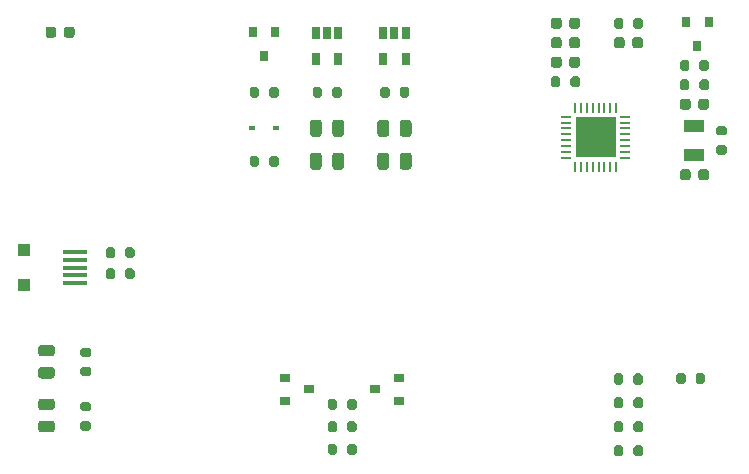
<source format=gtp>
G04 #@! TF.GenerationSoftware,KiCad,Pcbnew,(5.1.9-0-10_14)*
G04 #@! TF.CreationDate,2021-04-21T20:11:12+02:00*
G04 #@! TF.ProjectId,ledTruck,6c656454-7275-4636-9b2e-6b696361645f,1.1*
G04 #@! TF.SameCoordinates,Original*
G04 #@! TF.FileFunction,Paste,Top*
G04 #@! TF.FilePolarity,Positive*
%FSLAX46Y46*%
G04 Gerber Fmt 4.6, Leading zero omitted, Abs format (unit mm)*
G04 Created by KiCad (PCBNEW (5.1.9-0-10_14)) date 2021-04-21 20:11:12*
%MOMM*%
%LPD*%
G01*
G04 APERTURE LIST*
%ADD10R,0.800000X0.900000*%
%ADD11R,0.900000X0.800000*%
%ADD12R,0.600000X0.450000*%
%ADD13R,0.650000X1.060000*%
%ADD14R,0.280000X0.850000*%
%ADD15R,0.850000X0.280000*%
%ADD16R,3.450000X3.450000*%
%ADD17R,1.000000X1.000000*%
%ADD18R,2.150000X0.400000*%
%ADD19R,1.800000X1.000000*%
G04 APERTURE END LIST*
G36*
G01*
X8465000Y-21950000D02*
X8465000Y-22500000D01*
G75*
G02*
X8265000Y-22700000I-200000J0D01*
G01*
X7865000Y-22700000D01*
G75*
G02*
X7665000Y-22500000I0J200000D01*
G01*
X7665000Y-21950000D01*
G75*
G02*
X7865000Y-21750000I200000J0D01*
G01*
X8265000Y-21750000D01*
G75*
G02*
X8465000Y-21950000I0J-200000D01*
G01*
G37*
G36*
G01*
X10115000Y-21950000D02*
X10115000Y-22500000D01*
G75*
G02*
X9915000Y-22700000I-200000J0D01*
G01*
X9515000Y-22700000D01*
G75*
G02*
X9315000Y-22500000I0J200000D01*
G01*
X9315000Y-21950000D01*
G75*
G02*
X9515000Y-21750000I200000J0D01*
G01*
X9915000Y-21750000D01*
G75*
G02*
X10115000Y-21950000I0J-200000D01*
G01*
G37*
G36*
G01*
X9315000Y-24278000D02*
X9315000Y-23728000D01*
G75*
G02*
X9515000Y-23528000I200000J0D01*
G01*
X9915000Y-23528000D01*
G75*
G02*
X10115000Y-23728000I0J-200000D01*
G01*
X10115000Y-24278000D01*
G75*
G02*
X9915000Y-24478000I-200000J0D01*
G01*
X9515000Y-24478000D01*
G75*
G02*
X9315000Y-24278000I0J200000D01*
G01*
G37*
G36*
G01*
X7665000Y-24278000D02*
X7665000Y-23728000D01*
G75*
G02*
X7865000Y-23528000I200000J0D01*
G01*
X8265000Y-23528000D01*
G75*
G02*
X8465000Y-23728000I0J-200000D01*
G01*
X8465000Y-24278000D01*
G75*
G02*
X8265000Y-24478000I-200000J0D01*
G01*
X7865000Y-24478000D01*
G75*
G02*
X7665000Y-24278000I0J200000D01*
G01*
G37*
G36*
G01*
X25991000Y-8361000D02*
X25991000Y-8911000D01*
G75*
G02*
X25791000Y-9111000I-200000J0D01*
G01*
X25391000Y-9111000D01*
G75*
G02*
X25191000Y-8911000I0J200000D01*
G01*
X25191000Y-8361000D01*
G75*
G02*
X25391000Y-8161000I200000J0D01*
G01*
X25791000Y-8161000D01*
G75*
G02*
X25991000Y-8361000I0J-200000D01*
G01*
G37*
G36*
G01*
X27641000Y-8361000D02*
X27641000Y-8911000D01*
G75*
G02*
X27441000Y-9111000I-200000J0D01*
G01*
X27041000Y-9111000D01*
G75*
G02*
X26841000Y-8911000I0J200000D01*
G01*
X26841000Y-8361000D01*
G75*
G02*
X27041000Y-8161000I200000J0D01*
G01*
X27441000Y-8161000D01*
G75*
G02*
X27641000Y-8361000I0J-200000D01*
G01*
G37*
G36*
G01*
X21507000Y-14753000D02*
X21507000Y-14203000D01*
G75*
G02*
X21707000Y-14003000I200000J0D01*
G01*
X22107000Y-14003000D01*
G75*
G02*
X22307000Y-14203000I0J-200000D01*
G01*
X22307000Y-14753000D01*
G75*
G02*
X22107000Y-14953000I-200000J0D01*
G01*
X21707000Y-14953000D01*
G75*
G02*
X21507000Y-14753000I0J200000D01*
G01*
G37*
G36*
G01*
X19857000Y-14753000D02*
X19857000Y-14203000D01*
G75*
G02*
X20057000Y-14003000I200000J0D01*
G01*
X20457000Y-14003000D01*
G75*
G02*
X20657000Y-14203000I0J-200000D01*
G01*
X20657000Y-14753000D01*
G75*
G02*
X20457000Y-14953000I-200000J0D01*
G01*
X20057000Y-14953000D01*
G75*
G02*
X19857000Y-14753000I0J200000D01*
G01*
G37*
G36*
G01*
X20657000Y-8361000D02*
X20657000Y-8911000D01*
G75*
G02*
X20457000Y-9111000I-200000J0D01*
G01*
X20057000Y-9111000D01*
G75*
G02*
X19857000Y-8911000I0J200000D01*
G01*
X19857000Y-8361000D01*
G75*
G02*
X20057000Y-8161000I200000J0D01*
G01*
X20457000Y-8161000D01*
G75*
G02*
X20657000Y-8361000I0J-200000D01*
G01*
G37*
G36*
G01*
X22307000Y-8361000D02*
X22307000Y-8911000D01*
G75*
G02*
X22107000Y-9111000I-200000J0D01*
G01*
X21707000Y-9111000D01*
G75*
G02*
X21507000Y-8911000I0J200000D01*
G01*
X21507000Y-8361000D01*
G75*
G02*
X21707000Y-8161000I200000J0D01*
G01*
X22107000Y-8161000D01*
G75*
G02*
X22307000Y-8361000I0J-200000D01*
G01*
G37*
G36*
G01*
X27261000Y-34777000D02*
X27261000Y-35327000D01*
G75*
G02*
X27061000Y-35527000I-200000J0D01*
G01*
X26661000Y-35527000D01*
G75*
G02*
X26461000Y-35327000I0J200000D01*
G01*
X26461000Y-34777000D01*
G75*
G02*
X26661000Y-34577000I200000J0D01*
G01*
X27061000Y-34577000D01*
G75*
G02*
X27261000Y-34777000I0J-200000D01*
G01*
G37*
G36*
G01*
X28911000Y-34777000D02*
X28911000Y-35327000D01*
G75*
G02*
X28711000Y-35527000I-200000J0D01*
G01*
X28311000Y-35527000D01*
G75*
G02*
X28111000Y-35327000I0J200000D01*
G01*
X28111000Y-34777000D01*
G75*
G02*
X28311000Y-34577000I200000J0D01*
G01*
X28711000Y-34577000D01*
G75*
G02*
X28911000Y-34777000I0J-200000D01*
G01*
G37*
D10*
X21082000Y-5572000D03*
X20132000Y-3572000D03*
X22032000Y-3572000D03*
D11*
X30496000Y-33782000D03*
X32496000Y-32832000D03*
X32496000Y-34732000D03*
X24876000Y-33782000D03*
X22876000Y-34732000D03*
X22876000Y-32832000D03*
D12*
X22132000Y-11684000D03*
X20032000Y-11684000D03*
G36*
G01*
X4135000Y-3806000D02*
X4135000Y-3306000D01*
G75*
G02*
X4360000Y-3081000I225000J0D01*
G01*
X4810000Y-3081000D01*
G75*
G02*
X5035000Y-3306000I0J-225000D01*
G01*
X5035000Y-3806000D01*
G75*
G02*
X4810000Y-4031000I-225000J0D01*
G01*
X4360000Y-4031000D01*
G75*
G02*
X4135000Y-3806000I0J225000D01*
G01*
G37*
G36*
G01*
X2585000Y-3806000D02*
X2585000Y-3306000D01*
G75*
G02*
X2810000Y-3081000I225000J0D01*
G01*
X3260000Y-3081000D01*
G75*
G02*
X3485000Y-3306000I0J-225000D01*
G01*
X3485000Y-3806000D01*
G75*
G02*
X3260000Y-4031000I-225000J0D01*
G01*
X2810000Y-4031000D01*
G75*
G02*
X2585000Y-3806000I0J225000D01*
G01*
G37*
G36*
G01*
X52363000Y-3074000D02*
X52363000Y-2524000D01*
G75*
G02*
X52563000Y-2324000I200000J0D01*
G01*
X52963000Y-2324000D01*
G75*
G02*
X53163000Y-2524000I0J-200000D01*
G01*
X53163000Y-3074000D01*
G75*
G02*
X52963000Y-3274000I-200000J0D01*
G01*
X52563000Y-3274000D01*
G75*
G02*
X52363000Y-3074000I0J200000D01*
G01*
G37*
G36*
G01*
X50713000Y-3074000D02*
X50713000Y-2524000D01*
G75*
G02*
X50913000Y-2324000I200000J0D01*
G01*
X51313000Y-2324000D01*
G75*
G02*
X51513000Y-2524000I0J-200000D01*
G01*
X51513000Y-3074000D01*
G75*
G02*
X51313000Y-3274000I-200000J0D01*
G01*
X50913000Y-3274000D01*
G75*
G02*
X50713000Y-3074000I0J200000D01*
G01*
G37*
D10*
X57780000Y-4688000D03*
X56830000Y-2688000D03*
X58730000Y-2688000D03*
G36*
G01*
X51613000Y-4200000D02*
X51613000Y-4700000D01*
G75*
G02*
X51388000Y-4925000I-225000J0D01*
G01*
X50938000Y-4925000D01*
G75*
G02*
X50713000Y-4700000I0J225000D01*
G01*
X50713000Y-4200000D01*
G75*
G02*
X50938000Y-3975000I225000J0D01*
G01*
X51388000Y-3975000D01*
G75*
G02*
X51613000Y-4200000I0J-225000D01*
G01*
G37*
G36*
G01*
X53163000Y-4200000D02*
X53163000Y-4700000D01*
G75*
G02*
X52938000Y-4925000I-225000J0D01*
G01*
X52488000Y-4925000D01*
G75*
G02*
X52263000Y-4700000I0J225000D01*
G01*
X52263000Y-4200000D01*
G75*
G02*
X52488000Y-3975000I225000J0D01*
G01*
X52938000Y-3975000D01*
G75*
G02*
X53163000Y-4200000I0J-225000D01*
G01*
G37*
D13*
X33076000Y-5804000D03*
X31176000Y-5804000D03*
X31176000Y-3604000D03*
X32126000Y-3604000D03*
X33076000Y-3604000D03*
X27366000Y-5799000D03*
X25466000Y-5799000D03*
X25466000Y-3599000D03*
X26416000Y-3599000D03*
X27366000Y-3599000D03*
G36*
G01*
X56770800Y-32592600D02*
X56770800Y-33142600D01*
G75*
G02*
X56570800Y-33342600I-200000J0D01*
G01*
X56170800Y-33342600D01*
G75*
G02*
X55970800Y-33142600I0J200000D01*
G01*
X55970800Y-32592600D01*
G75*
G02*
X56170800Y-32392600I200000J0D01*
G01*
X56570800Y-32392600D01*
G75*
G02*
X56770800Y-32592600I0J-200000D01*
G01*
G37*
G36*
G01*
X58420800Y-32592600D02*
X58420800Y-33142600D01*
G75*
G02*
X58220800Y-33342600I-200000J0D01*
G01*
X57820800Y-33342600D01*
G75*
G02*
X57620800Y-33142600I0J200000D01*
G01*
X57620800Y-32592600D01*
G75*
G02*
X57820800Y-32392600I200000J0D01*
G01*
X58220800Y-32392600D01*
G75*
G02*
X58420800Y-32592600I0J-200000D01*
G01*
G37*
G36*
G01*
X57951000Y-8281000D02*
X57951000Y-7731000D01*
G75*
G02*
X58151000Y-7531000I200000J0D01*
G01*
X58551000Y-7531000D01*
G75*
G02*
X58751000Y-7731000I0J-200000D01*
G01*
X58751000Y-8281000D01*
G75*
G02*
X58551000Y-8481000I-200000J0D01*
G01*
X58151000Y-8481000D01*
G75*
G02*
X57951000Y-8281000I0J200000D01*
G01*
G37*
G36*
G01*
X56301000Y-8281000D02*
X56301000Y-7731000D01*
G75*
G02*
X56501000Y-7531000I200000J0D01*
G01*
X56901000Y-7531000D01*
G75*
G02*
X57101000Y-7731000I0J-200000D01*
G01*
X57101000Y-8281000D01*
G75*
G02*
X56901000Y-8481000I-200000J0D01*
G01*
X56501000Y-8481000D01*
G75*
G02*
X56301000Y-8281000I0J200000D01*
G01*
G37*
G36*
G01*
X57101000Y-6080000D02*
X57101000Y-6630000D01*
G75*
G02*
X56901000Y-6830000I-200000J0D01*
G01*
X56501000Y-6830000D01*
G75*
G02*
X56301000Y-6630000I0J200000D01*
G01*
X56301000Y-6080000D01*
G75*
G02*
X56501000Y-5880000I200000J0D01*
G01*
X56901000Y-5880000D01*
G75*
G02*
X57101000Y-6080000I0J-200000D01*
G01*
G37*
G36*
G01*
X58751000Y-6080000D02*
X58751000Y-6630000D01*
G75*
G02*
X58551000Y-6830000I-200000J0D01*
G01*
X58151000Y-6830000D01*
G75*
G02*
X57951000Y-6630000I0J200000D01*
G01*
X57951000Y-6080000D01*
G75*
G02*
X58151000Y-5880000I200000J0D01*
G01*
X58551000Y-5880000D01*
G75*
G02*
X58751000Y-6080000I0J-200000D01*
G01*
G37*
G36*
G01*
X5694000Y-36493000D02*
X6244000Y-36493000D01*
G75*
G02*
X6444000Y-36693000I0J-200000D01*
G01*
X6444000Y-37093000D01*
G75*
G02*
X6244000Y-37293000I-200000J0D01*
G01*
X5694000Y-37293000D01*
G75*
G02*
X5494000Y-37093000I0J200000D01*
G01*
X5494000Y-36693000D01*
G75*
G02*
X5694000Y-36493000I200000J0D01*
G01*
G37*
G36*
G01*
X5694000Y-34843000D02*
X6244000Y-34843000D01*
G75*
G02*
X6444000Y-35043000I0J-200000D01*
G01*
X6444000Y-35443000D01*
G75*
G02*
X6244000Y-35643000I-200000J0D01*
G01*
X5694000Y-35643000D01*
G75*
G02*
X5494000Y-35443000I0J200000D01*
G01*
X5494000Y-35043000D01*
G75*
G02*
X5694000Y-34843000I200000J0D01*
G01*
G37*
G36*
G01*
X6269400Y-31045600D02*
X5719400Y-31045600D01*
G75*
G02*
X5519400Y-30845600I0J200000D01*
G01*
X5519400Y-30445600D01*
G75*
G02*
X5719400Y-30245600I200000J0D01*
G01*
X6269400Y-30245600D01*
G75*
G02*
X6469400Y-30445600I0J-200000D01*
G01*
X6469400Y-30845600D01*
G75*
G02*
X6269400Y-31045600I-200000J0D01*
G01*
G37*
G36*
G01*
X6269400Y-32695600D02*
X5719400Y-32695600D01*
G75*
G02*
X5519400Y-32495600I0J200000D01*
G01*
X5519400Y-32095600D01*
G75*
G02*
X5719400Y-31895600I200000J0D01*
G01*
X6269400Y-31895600D01*
G75*
G02*
X6469400Y-32095600I0J-200000D01*
G01*
X6469400Y-32495600D01*
G75*
G02*
X6269400Y-32695600I-200000J0D01*
G01*
G37*
G36*
G01*
X47029000Y-8027000D02*
X47029000Y-7477000D01*
G75*
G02*
X47229000Y-7277000I200000J0D01*
G01*
X47629000Y-7277000D01*
G75*
G02*
X47829000Y-7477000I0J-200000D01*
G01*
X47829000Y-8027000D01*
G75*
G02*
X47629000Y-8227000I-200000J0D01*
G01*
X47229000Y-8227000D01*
G75*
G02*
X47029000Y-8027000I0J200000D01*
G01*
G37*
G36*
G01*
X45379000Y-8027000D02*
X45379000Y-7477000D01*
G75*
G02*
X45579000Y-7277000I200000J0D01*
G01*
X45979000Y-7277000D01*
G75*
G02*
X46179000Y-7477000I0J-200000D01*
G01*
X46179000Y-8027000D01*
G75*
G02*
X45979000Y-8227000I-200000J0D01*
G01*
X45579000Y-8227000D01*
G75*
G02*
X45379000Y-8027000I0J200000D01*
G01*
G37*
G36*
G01*
X60087000Y-12280000D02*
X59537000Y-12280000D01*
G75*
G02*
X59337000Y-12080000I0J200000D01*
G01*
X59337000Y-11680000D01*
G75*
G02*
X59537000Y-11480000I200000J0D01*
G01*
X60087000Y-11480000D01*
G75*
G02*
X60287000Y-11680000I0J-200000D01*
G01*
X60287000Y-12080000D01*
G75*
G02*
X60087000Y-12280000I-200000J0D01*
G01*
G37*
G36*
G01*
X60087000Y-13930000D02*
X59537000Y-13930000D01*
G75*
G02*
X59337000Y-13730000I0J200000D01*
G01*
X59337000Y-13330000D01*
G75*
G02*
X59537000Y-13130000I200000J0D01*
G01*
X60087000Y-13130000D01*
G75*
G02*
X60287000Y-13330000I0J-200000D01*
G01*
X60287000Y-13730000D01*
G75*
G02*
X60087000Y-13930000I-200000J0D01*
G01*
G37*
G36*
G01*
X31726400Y-8361000D02*
X31726400Y-8911000D01*
G75*
G02*
X31526400Y-9111000I-200000J0D01*
G01*
X31126400Y-9111000D01*
G75*
G02*
X30926400Y-8911000I0J200000D01*
G01*
X30926400Y-8361000D01*
G75*
G02*
X31126400Y-8161000I200000J0D01*
G01*
X31526400Y-8161000D01*
G75*
G02*
X31726400Y-8361000I0J-200000D01*
G01*
G37*
G36*
G01*
X33376400Y-8361000D02*
X33376400Y-8911000D01*
G75*
G02*
X33176400Y-9111000I-200000J0D01*
G01*
X32776400Y-9111000D01*
G75*
G02*
X32576400Y-8911000I0J200000D01*
G01*
X32576400Y-8361000D01*
G75*
G02*
X32776400Y-8161000I200000J0D01*
G01*
X33176400Y-8161000D01*
G75*
G02*
X33376400Y-8361000I0J-200000D01*
G01*
G37*
G36*
G01*
X51513000Y-38719000D02*
X51513000Y-39269000D01*
G75*
G02*
X51313000Y-39469000I-200000J0D01*
G01*
X50913000Y-39469000D01*
G75*
G02*
X50713000Y-39269000I0J200000D01*
G01*
X50713000Y-38719000D01*
G75*
G02*
X50913000Y-38519000I200000J0D01*
G01*
X51313000Y-38519000D01*
G75*
G02*
X51513000Y-38719000I0J-200000D01*
G01*
G37*
G36*
G01*
X53163000Y-38719000D02*
X53163000Y-39269000D01*
G75*
G02*
X52963000Y-39469000I-200000J0D01*
G01*
X52563000Y-39469000D01*
G75*
G02*
X52363000Y-39269000I0J200000D01*
G01*
X52363000Y-38719000D01*
G75*
G02*
X52563000Y-38519000I200000J0D01*
G01*
X52963000Y-38519000D01*
G75*
G02*
X53163000Y-38719000I0J-200000D01*
G01*
G37*
G36*
G01*
X52363000Y-35205000D02*
X52363000Y-34655000D01*
G75*
G02*
X52563000Y-34455000I200000J0D01*
G01*
X52963000Y-34455000D01*
G75*
G02*
X53163000Y-34655000I0J-200000D01*
G01*
X53163000Y-35205000D01*
G75*
G02*
X52963000Y-35405000I-200000J0D01*
G01*
X52563000Y-35405000D01*
G75*
G02*
X52363000Y-35205000I0J200000D01*
G01*
G37*
G36*
G01*
X50713000Y-35205000D02*
X50713000Y-34655000D01*
G75*
G02*
X50913000Y-34455000I200000J0D01*
G01*
X51313000Y-34455000D01*
G75*
G02*
X51513000Y-34655000I0J-200000D01*
G01*
X51513000Y-35205000D01*
G75*
G02*
X51313000Y-35405000I-200000J0D01*
G01*
X50913000Y-35405000D01*
G75*
G02*
X50713000Y-35205000I0J200000D01*
G01*
G37*
G36*
G01*
X28111000Y-37232000D02*
X28111000Y-36682000D01*
G75*
G02*
X28311000Y-36482000I200000J0D01*
G01*
X28711000Y-36482000D01*
G75*
G02*
X28911000Y-36682000I0J-200000D01*
G01*
X28911000Y-37232000D01*
G75*
G02*
X28711000Y-37432000I-200000J0D01*
G01*
X28311000Y-37432000D01*
G75*
G02*
X28111000Y-37232000I0J200000D01*
G01*
G37*
G36*
G01*
X26461000Y-37232000D02*
X26461000Y-36682000D01*
G75*
G02*
X26661000Y-36482000I200000J0D01*
G01*
X27061000Y-36482000D01*
G75*
G02*
X27261000Y-36682000I0J-200000D01*
G01*
X27261000Y-37232000D01*
G75*
G02*
X27061000Y-37432000I-200000J0D01*
G01*
X26661000Y-37432000D01*
G75*
G02*
X26461000Y-37232000I0J200000D01*
G01*
G37*
G36*
G01*
X51513000Y-36687000D02*
X51513000Y-37237000D01*
G75*
G02*
X51313000Y-37437000I-200000J0D01*
G01*
X50913000Y-37437000D01*
G75*
G02*
X50713000Y-37237000I0J200000D01*
G01*
X50713000Y-36687000D01*
G75*
G02*
X50913000Y-36487000I200000J0D01*
G01*
X51313000Y-36487000D01*
G75*
G02*
X51513000Y-36687000I0J-200000D01*
G01*
G37*
G36*
G01*
X53163000Y-36687000D02*
X53163000Y-37237000D01*
G75*
G02*
X52963000Y-37437000I-200000J0D01*
G01*
X52563000Y-37437000D01*
G75*
G02*
X52363000Y-37237000I0J200000D01*
G01*
X52363000Y-36687000D01*
G75*
G02*
X52563000Y-36487000I200000J0D01*
G01*
X52963000Y-36487000D01*
G75*
G02*
X53163000Y-36687000I0J-200000D01*
G01*
G37*
G36*
G01*
X51492600Y-32643400D02*
X51492600Y-33193400D01*
G75*
G02*
X51292600Y-33393400I-200000J0D01*
G01*
X50892600Y-33393400D01*
G75*
G02*
X50692600Y-33193400I0J200000D01*
G01*
X50692600Y-32643400D01*
G75*
G02*
X50892600Y-32443400I200000J0D01*
G01*
X51292600Y-32443400D01*
G75*
G02*
X51492600Y-32643400I0J-200000D01*
G01*
G37*
G36*
G01*
X53142600Y-32643400D02*
X53142600Y-33193400D01*
G75*
G02*
X52942600Y-33393400I-200000J0D01*
G01*
X52542600Y-33393400D01*
G75*
G02*
X52342600Y-33193400I0J200000D01*
G01*
X52342600Y-32643400D01*
G75*
G02*
X52542600Y-32443400I200000J0D01*
G01*
X52942600Y-32443400D01*
G75*
G02*
X53142600Y-32643400I0J-200000D01*
G01*
G37*
G36*
G01*
X28111000Y-39137000D02*
X28111000Y-38587000D01*
G75*
G02*
X28311000Y-38387000I200000J0D01*
G01*
X28711000Y-38387000D01*
G75*
G02*
X28911000Y-38587000I0J-200000D01*
G01*
X28911000Y-39137000D01*
G75*
G02*
X28711000Y-39337000I-200000J0D01*
G01*
X28311000Y-39337000D01*
G75*
G02*
X28111000Y-39137000I0J200000D01*
G01*
G37*
G36*
G01*
X26461000Y-39137000D02*
X26461000Y-38587000D01*
G75*
G02*
X26661000Y-38387000I200000J0D01*
G01*
X27061000Y-38387000D01*
G75*
G02*
X27261000Y-38587000I0J-200000D01*
G01*
X27261000Y-39137000D01*
G75*
G02*
X27061000Y-39337000I-200000J0D01*
G01*
X26661000Y-39337000D01*
G75*
G02*
X26461000Y-39137000I0J200000D01*
G01*
G37*
G36*
G01*
X25966000Y-14003000D02*
X25966000Y-14953000D01*
G75*
G02*
X25716000Y-15203000I-250000J0D01*
G01*
X25216000Y-15203000D01*
G75*
G02*
X24966000Y-14953000I0J250000D01*
G01*
X24966000Y-14003000D01*
G75*
G02*
X25216000Y-13753000I250000J0D01*
G01*
X25716000Y-13753000D01*
G75*
G02*
X25966000Y-14003000I0J-250000D01*
G01*
G37*
G36*
G01*
X27866000Y-14003000D02*
X27866000Y-14953000D01*
G75*
G02*
X27616000Y-15203000I-250000J0D01*
G01*
X27116000Y-15203000D01*
G75*
G02*
X26866000Y-14953000I0J250000D01*
G01*
X26866000Y-14003000D01*
G75*
G02*
X27116000Y-13753000I250000J0D01*
G01*
X27616000Y-13753000D01*
G75*
G02*
X27866000Y-14003000I0J-250000D01*
G01*
G37*
G36*
G01*
X46279000Y-5851000D02*
X46279000Y-6351000D01*
G75*
G02*
X46054000Y-6576000I-225000J0D01*
G01*
X45604000Y-6576000D01*
G75*
G02*
X45379000Y-6351000I0J225000D01*
G01*
X45379000Y-5851000D01*
G75*
G02*
X45604000Y-5626000I225000J0D01*
G01*
X46054000Y-5626000D01*
G75*
G02*
X46279000Y-5851000I0J-225000D01*
G01*
G37*
G36*
G01*
X47829000Y-5851000D02*
X47829000Y-6351000D01*
G75*
G02*
X47604000Y-6576000I-225000J0D01*
G01*
X47154000Y-6576000D01*
G75*
G02*
X46929000Y-6351000I0J225000D01*
G01*
X46929000Y-5851000D01*
G75*
G02*
X47154000Y-5626000I225000J0D01*
G01*
X47604000Y-5626000D01*
G75*
G02*
X47829000Y-5851000I0J-225000D01*
G01*
G37*
G36*
G01*
X32576000Y-12164000D02*
X32576000Y-11214000D01*
G75*
G02*
X32826000Y-10964000I250000J0D01*
G01*
X33326000Y-10964000D01*
G75*
G02*
X33576000Y-11214000I0J-250000D01*
G01*
X33576000Y-12164000D01*
G75*
G02*
X33326000Y-12414000I-250000J0D01*
G01*
X32826000Y-12414000D01*
G75*
G02*
X32576000Y-12164000I0J250000D01*
G01*
G37*
G36*
G01*
X30676000Y-12164000D02*
X30676000Y-11214000D01*
G75*
G02*
X30926000Y-10964000I250000J0D01*
G01*
X31426000Y-10964000D01*
G75*
G02*
X31676000Y-11214000I0J-250000D01*
G01*
X31676000Y-12164000D01*
G75*
G02*
X31426000Y-12414000I-250000J0D01*
G01*
X30926000Y-12414000D01*
G75*
G02*
X30676000Y-12164000I0J250000D01*
G01*
G37*
G36*
G01*
X46929000Y-4700000D02*
X46929000Y-4200000D01*
G75*
G02*
X47154000Y-3975000I225000J0D01*
G01*
X47604000Y-3975000D01*
G75*
G02*
X47829000Y-4200000I0J-225000D01*
G01*
X47829000Y-4700000D01*
G75*
G02*
X47604000Y-4925000I-225000J0D01*
G01*
X47154000Y-4925000D01*
G75*
G02*
X46929000Y-4700000I0J225000D01*
G01*
G37*
G36*
G01*
X45379000Y-4700000D02*
X45379000Y-4200000D01*
G75*
G02*
X45604000Y-3975000I225000J0D01*
G01*
X46054000Y-3975000D01*
G75*
G02*
X46279000Y-4200000I0J-225000D01*
G01*
X46279000Y-4700000D01*
G75*
G02*
X46054000Y-4925000I-225000J0D01*
G01*
X45604000Y-4925000D01*
G75*
G02*
X45379000Y-4700000I0J225000D01*
G01*
G37*
G36*
G01*
X46929000Y-3049000D02*
X46929000Y-2549000D01*
G75*
G02*
X47154000Y-2324000I225000J0D01*
G01*
X47604000Y-2324000D01*
G75*
G02*
X47829000Y-2549000I0J-225000D01*
G01*
X47829000Y-3049000D01*
G75*
G02*
X47604000Y-3274000I-225000J0D01*
G01*
X47154000Y-3274000D01*
G75*
G02*
X46929000Y-3049000I0J225000D01*
G01*
G37*
G36*
G01*
X45379000Y-3049000D02*
X45379000Y-2549000D01*
G75*
G02*
X45604000Y-2324000I225000J0D01*
G01*
X46054000Y-2324000D01*
G75*
G02*
X46279000Y-2549000I0J-225000D01*
G01*
X46279000Y-3049000D01*
G75*
G02*
X46054000Y-3274000I-225000J0D01*
G01*
X45604000Y-3274000D01*
G75*
G02*
X45379000Y-3049000I0J225000D01*
G01*
G37*
G36*
G01*
X25966000Y-11209000D02*
X25966000Y-12159000D01*
G75*
G02*
X25716000Y-12409000I-250000J0D01*
G01*
X25216000Y-12409000D01*
G75*
G02*
X24966000Y-12159000I0J250000D01*
G01*
X24966000Y-11209000D01*
G75*
G02*
X25216000Y-10959000I250000J0D01*
G01*
X25716000Y-10959000D01*
G75*
G02*
X25966000Y-11209000I0J-250000D01*
G01*
G37*
G36*
G01*
X27866000Y-11209000D02*
X27866000Y-12159000D01*
G75*
G02*
X27616000Y-12409000I-250000J0D01*
G01*
X27116000Y-12409000D01*
G75*
G02*
X26866000Y-12159000I0J250000D01*
G01*
X26866000Y-11209000D01*
G75*
G02*
X27116000Y-10959000I250000J0D01*
G01*
X27616000Y-10959000D01*
G75*
G02*
X27866000Y-11209000I0J-250000D01*
G01*
G37*
G36*
G01*
X57851000Y-9907000D02*
X57851000Y-9407000D01*
G75*
G02*
X58076000Y-9182000I225000J0D01*
G01*
X58526000Y-9182000D01*
G75*
G02*
X58751000Y-9407000I0J-225000D01*
G01*
X58751000Y-9907000D01*
G75*
G02*
X58526000Y-10132000I-225000J0D01*
G01*
X58076000Y-10132000D01*
G75*
G02*
X57851000Y-9907000I0J225000D01*
G01*
G37*
G36*
G01*
X56301000Y-9907000D02*
X56301000Y-9407000D01*
G75*
G02*
X56526000Y-9182000I225000J0D01*
G01*
X56976000Y-9182000D01*
G75*
G02*
X57201000Y-9407000I0J-225000D01*
G01*
X57201000Y-9907000D01*
G75*
G02*
X56976000Y-10132000I-225000J0D01*
G01*
X56526000Y-10132000D01*
G75*
G02*
X56301000Y-9907000I0J225000D01*
G01*
G37*
G36*
G01*
X57851000Y-15876000D02*
X57851000Y-15376000D01*
G75*
G02*
X58076000Y-15151000I225000J0D01*
G01*
X58526000Y-15151000D01*
G75*
G02*
X58751000Y-15376000I0J-225000D01*
G01*
X58751000Y-15876000D01*
G75*
G02*
X58526000Y-16101000I-225000J0D01*
G01*
X58076000Y-16101000D01*
G75*
G02*
X57851000Y-15876000I0J225000D01*
G01*
G37*
G36*
G01*
X56301000Y-15876000D02*
X56301000Y-15376000D01*
G75*
G02*
X56526000Y-15151000I225000J0D01*
G01*
X56976000Y-15151000D01*
G75*
G02*
X57201000Y-15376000I0J-225000D01*
G01*
X57201000Y-15876000D01*
G75*
G02*
X56976000Y-16101000I-225000J0D01*
G01*
X56526000Y-16101000D01*
G75*
G02*
X56301000Y-15876000I0J225000D01*
G01*
G37*
G36*
G01*
X32576000Y-14953000D02*
X32576000Y-14003000D01*
G75*
G02*
X32826000Y-13753000I250000J0D01*
G01*
X33326000Y-13753000D01*
G75*
G02*
X33576000Y-14003000I0J-250000D01*
G01*
X33576000Y-14953000D01*
G75*
G02*
X33326000Y-15203000I-250000J0D01*
G01*
X32826000Y-15203000D01*
G75*
G02*
X32576000Y-14953000I0J250000D01*
G01*
G37*
G36*
G01*
X30676000Y-14953000D02*
X30676000Y-14003000D01*
G75*
G02*
X30926000Y-13753000I250000J0D01*
G01*
X31426000Y-13753000D01*
G75*
G02*
X31676000Y-14003000I0J-250000D01*
G01*
X31676000Y-14953000D01*
G75*
G02*
X31426000Y-15203000I-250000J0D01*
G01*
X30926000Y-15203000D01*
G75*
G02*
X30676000Y-14953000I0J250000D01*
G01*
G37*
G36*
G01*
X2202630Y-36450000D02*
X3115130Y-36450000D01*
G75*
G02*
X3358880Y-36693750I0J-243750D01*
G01*
X3358880Y-37181250D01*
G75*
G02*
X3115130Y-37425000I-243750J0D01*
G01*
X2202630Y-37425000D01*
G75*
G02*
X1958880Y-37181250I0J243750D01*
G01*
X1958880Y-36693750D01*
G75*
G02*
X2202630Y-36450000I243750J0D01*
G01*
G37*
G36*
G01*
X2202630Y-34575000D02*
X3115130Y-34575000D01*
G75*
G02*
X3358880Y-34818750I0J-243750D01*
G01*
X3358880Y-35306250D01*
G75*
G02*
X3115130Y-35550000I-243750J0D01*
G01*
X2202630Y-35550000D01*
G75*
G02*
X1958880Y-35306250I0J243750D01*
G01*
X1958880Y-34818750D01*
G75*
G02*
X2202630Y-34575000I243750J0D01*
G01*
G37*
G36*
G01*
X2202630Y-31900000D02*
X3115130Y-31900000D01*
G75*
G02*
X3358880Y-32143750I0J-243750D01*
G01*
X3358880Y-32631250D01*
G75*
G02*
X3115130Y-32875000I-243750J0D01*
G01*
X2202630Y-32875000D01*
G75*
G02*
X1958880Y-32631250I0J243750D01*
G01*
X1958880Y-32143750D01*
G75*
G02*
X2202630Y-31900000I243750J0D01*
G01*
G37*
G36*
G01*
X2202630Y-30025000D02*
X3115130Y-30025000D01*
G75*
G02*
X3358880Y-30268750I0J-243750D01*
G01*
X3358880Y-30756250D01*
G75*
G02*
X3115130Y-31000000I-243750J0D01*
G01*
X2202630Y-31000000D01*
G75*
G02*
X1958880Y-30756250I0J243750D01*
G01*
X1958880Y-30268750D01*
G75*
G02*
X2202630Y-30025000I243750J0D01*
G01*
G37*
D14*
X50906000Y-14925000D03*
X50406000Y-14925000D03*
X49906000Y-14925000D03*
X49406000Y-14925000D03*
X48906000Y-14925000D03*
X48406000Y-14925000D03*
X47906000Y-14925000D03*
D15*
X46681000Y-14200000D03*
X46681000Y-13700000D03*
X46681000Y-13200000D03*
X46681000Y-12700000D03*
X46681000Y-12200000D03*
X46681000Y-11700000D03*
X46681000Y-11200000D03*
D14*
X47406000Y-9975000D03*
X47906000Y-9975000D03*
X48406000Y-9975000D03*
X48906000Y-9975000D03*
X49406000Y-9975000D03*
X49906000Y-9975000D03*
X50406000Y-9975000D03*
D15*
X51631000Y-10700000D03*
X51631000Y-11200000D03*
X51631000Y-11700000D03*
X51631000Y-12200000D03*
X51631000Y-12700000D03*
X51631000Y-13200000D03*
X51631000Y-13700000D03*
X51631000Y-14200000D03*
D16*
X49156000Y-12450000D03*
D14*
X50906000Y-9975000D03*
D15*
X46681000Y-10700000D03*
D14*
X47406000Y-14925000D03*
D17*
X737300Y-21992380D03*
D18*
X5047300Y-22192380D03*
D17*
X737300Y-24992380D03*
D18*
X5047300Y-22842380D03*
X5047300Y-23492380D03*
X5047300Y-24142380D03*
X5047300Y-24792380D03*
D19*
X57526000Y-11455000D03*
X57526000Y-13955000D03*
M02*

</source>
